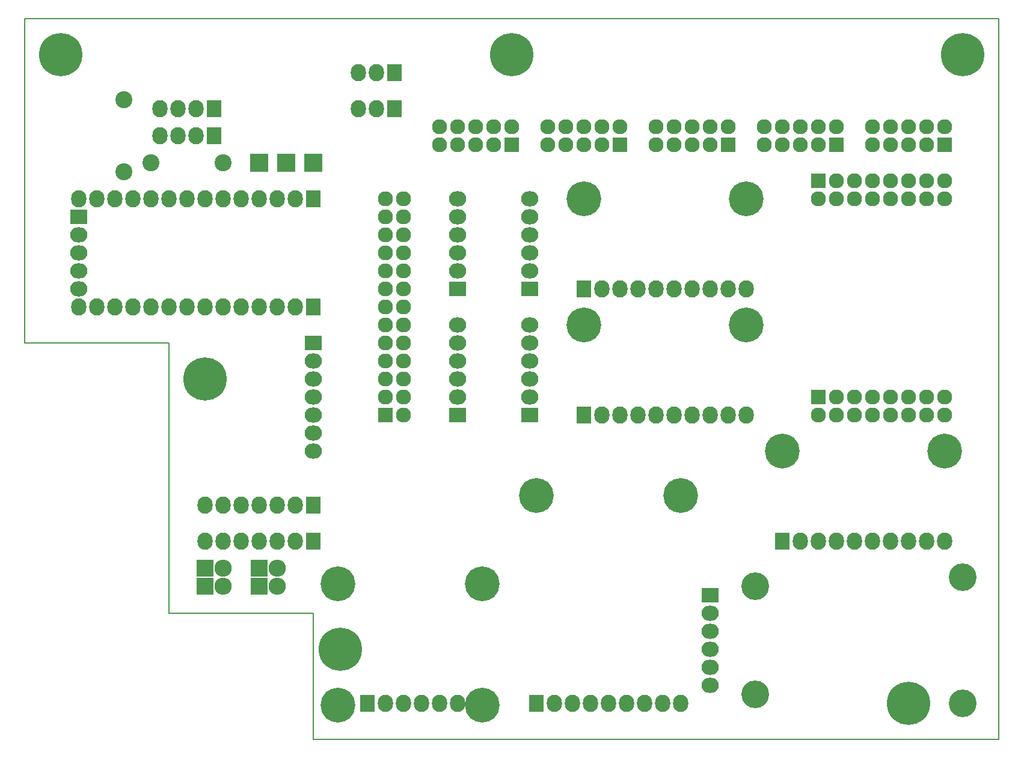
<source format=gbs>
G04 #@! TF.FileFunction,Soldermask,Bot*
%FSLAX46Y46*%
G04 Gerber Fmt 4.6, Leading zero omitted, Abs format (unit mm)*
G04 Created by KiCad (PCBNEW 4.0.2-stable) date 4/12/2016 5:16:18 AM*
%MOMM*%
G01*
G04 APERTURE LIST*
%ADD10C,2.000000*%
%ADD11C,0.150000*%
%ADD12C,6.100000*%
%ADD13C,3.900000*%
%ADD14C,4.900000*%
%ADD15R,2.432000X2.432000*%
%ADD16O,2.432000X2.432000*%
%ADD17R,2.635200X2.635200*%
%ADD18R,2.432000X2.127200*%
%ADD19O,2.432000X2.127200*%
%ADD20R,2.127200X2.127200*%
%ADD21O,2.127200X2.127200*%
%ADD22R,2.127200X2.432000*%
%ADD23O,2.127200X2.432000*%
%ADD24C,2.398980*%
G04 APERTURE END LIST*
D10*
D11*
X93980000Y-139700000D02*
X93980000Y-157480000D01*
X73660000Y-139700000D02*
X93980000Y-139700000D01*
X93980000Y-157480000D02*
X190500000Y-157480000D01*
X190500000Y-55880000D02*
X190500000Y-157480000D01*
X53340000Y-55880000D02*
X190500000Y-55880000D01*
X53340000Y-101600000D02*
X53340000Y-55880000D01*
X73660000Y-139700000D02*
X73660000Y-101600000D01*
X53340000Y-101600000D02*
X73660000Y-101600000D01*
D12*
X97790000Y-144780000D03*
X121920000Y-60960000D03*
X78740000Y-106680000D03*
X58420000Y-60960000D03*
X185420000Y-60960000D03*
D13*
X185420000Y-134620000D03*
X185420000Y-152400000D03*
X156210000Y-151130000D03*
D14*
X154940000Y-81280000D03*
X132080000Y-81280000D03*
X132080000Y-99060000D03*
X154940000Y-99060000D03*
X182880000Y-116840000D03*
X160020000Y-116840000D03*
X125349000Y-123063000D03*
X145669000Y-123063000D03*
X117729000Y-135509000D03*
X97409000Y-135509000D03*
X117729000Y-152654000D03*
D15*
X86360000Y-133350000D03*
D16*
X88900000Y-133350000D03*
D17*
X90170000Y-76200000D03*
D18*
X93980000Y-101600000D03*
D19*
X93980000Y-104140000D03*
X93980000Y-106680000D03*
X93980000Y-109220000D03*
X93980000Y-111760000D03*
X93980000Y-114300000D03*
X93980000Y-116840000D03*
D20*
X182880000Y-73660000D03*
D21*
X182880000Y-71120000D03*
X180340000Y-73660000D03*
X180340000Y-71120000D03*
X177800000Y-73660000D03*
X177800000Y-71120000D03*
X175260000Y-73660000D03*
X175260000Y-71120000D03*
X172720000Y-73660000D03*
X172720000Y-71120000D03*
D20*
X152400000Y-73660000D03*
D21*
X152400000Y-71120000D03*
X149860000Y-73660000D03*
X149860000Y-71120000D03*
X147320000Y-73660000D03*
X147320000Y-71120000D03*
X144780000Y-73660000D03*
X144780000Y-71120000D03*
X142240000Y-73660000D03*
X142240000Y-71120000D03*
D20*
X137160000Y-73660000D03*
D21*
X137160000Y-71120000D03*
X134620000Y-73660000D03*
X134620000Y-71120000D03*
X132080000Y-73660000D03*
X132080000Y-71120000D03*
X129540000Y-73660000D03*
X129540000Y-71120000D03*
X127000000Y-73660000D03*
X127000000Y-71120000D03*
D20*
X167640000Y-73660000D03*
D21*
X167640000Y-71120000D03*
X165100000Y-73660000D03*
X165100000Y-71120000D03*
X162560000Y-73660000D03*
X162560000Y-71120000D03*
X160020000Y-73660000D03*
X160020000Y-71120000D03*
X157480000Y-73660000D03*
X157480000Y-71120000D03*
D20*
X121920000Y-73660000D03*
D21*
X121920000Y-71120000D03*
X119380000Y-73660000D03*
X119380000Y-71120000D03*
X116840000Y-73660000D03*
X116840000Y-71120000D03*
X114300000Y-73660000D03*
X114300000Y-71120000D03*
X111760000Y-73660000D03*
X111760000Y-71120000D03*
D22*
X101600000Y-152400000D03*
D23*
X104140000Y-152400000D03*
X106680000Y-152400000D03*
X109220000Y-152400000D03*
X111760000Y-152400000D03*
X114300000Y-152400000D03*
D22*
X125349000Y-152400000D03*
D23*
X127889000Y-152400000D03*
X130429000Y-152400000D03*
X132969000Y-152400000D03*
X135509000Y-152400000D03*
X138049000Y-152400000D03*
X140589000Y-152400000D03*
X143129000Y-152400000D03*
X145669000Y-152400000D03*
D18*
X114300000Y-93980000D03*
D19*
X114300000Y-91440000D03*
X114300000Y-88900000D03*
X114300000Y-86360000D03*
X114300000Y-83820000D03*
X114300000Y-81280000D03*
D18*
X124460000Y-93980000D03*
D19*
X124460000Y-91440000D03*
X124460000Y-88900000D03*
X124460000Y-86360000D03*
X124460000Y-83820000D03*
X124460000Y-81280000D03*
D18*
X114300000Y-111760000D03*
D19*
X114300000Y-109220000D03*
X114300000Y-106680000D03*
X114300000Y-104140000D03*
X114300000Y-101600000D03*
X114300000Y-99060000D03*
D18*
X124460000Y-111760000D03*
D19*
X124460000Y-109220000D03*
X124460000Y-106680000D03*
X124460000Y-104140000D03*
X124460000Y-101600000D03*
X124460000Y-99060000D03*
D22*
X105410000Y-68580000D03*
D23*
X102870000Y-68580000D03*
X100330000Y-68580000D03*
D22*
X132080000Y-93980000D03*
D23*
X134620000Y-93980000D03*
X137160000Y-93980000D03*
X139700000Y-93980000D03*
X142240000Y-93980000D03*
X144780000Y-93980000D03*
X147320000Y-93980000D03*
X149860000Y-93980000D03*
X152400000Y-93980000D03*
X154940000Y-93980000D03*
D22*
X132080000Y-111760000D03*
D23*
X134620000Y-111760000D03*
X137160000Y-111760000D03*
X139700000Y-111760000D03*
X142240000Y-111760000D03*
X144780000Y-111760000D03*
X147320000Y-111760000D03*
X149860000Y-111760000D03*
X152400000Y-111760000D03*
X154940000Y-111760000D03*
D22*
X160020000Y-129540000D03*
D23*
X162560000Y-129540000D03*
X165100000Y-129540000D03*
X167640000Y-129540000D03*
X170180000Y-129540000D03*
X172720000Y-129540000D03*
X175260000Y-129540000D03*
X177800000Y-129540000D03*
X180340000Y-129540000D03*
X182880000Y-129540000D03*
D20*
X165100000Y-109220000D03*
D21*
X165100000Y-111760000D03*
X167640000Y-109220000D03*
X167640000Y-111760000D03*
X170180000Y-109220000D03*
X170180000Y-111760000D03*
X172720000Y-109220000D03*
X172720000Y-111760000D03*
X175260000Y-109220000D03*
X175260000Y-111760000D03*
X177800000Y-109220000D03*
X177800000Y-111760000D03*
X180340000Y-109220000D03*
X180340000Y-111760000D03*
X182880000Y-109220000D03*
X182880000Y-111760000D03*
D18*
X149860000Y-137160000D03*
D19*
X149860000Y-139700000D03*
X149860000Y-142240000D03*
X149860000Y-144780000D03*
X149860000Y-147320000D03*
X149860000Y-149860000D03*
D18*
X60960000Y-83820000D03*
D19*
X60960000Y-86360000D03*
X60960000Y-88900000D03*
X60960000Y-91440000D03*
X60960000Y-93980000D03*
D22*
X93980000Y-96520000D03*
D23*
X91440000Y-96520000D03*
X88900000Y-96520000D03*
X86360000Y-96520000D03*
X83820000Y-96520000D03*
X81280000Y-96520000D03*
X78740000Y-96520000D03*
X76200000Y-96520000D03*
X73660000Y-96520000D03*
X71120000Y-96520000D03*
X68580000Y-96520000D03*
X66040000Y-96520000D03*
X63500000Y-96520000D03*
X60960000Y-96520000D03*
D22*
X93980000Y-81280000D03*
D23*
X91440000Y-81280000D03*
X88900000Y-81280000D03*
X86360000Y-81280000D03*
X83820000Y-81280000D03*
X81280000Y-81280000D03*
X78740000Y-81280000D03*
X76200000Y-81280000D03*
X73660000Y-81280000D03*
X71120000Y-81280000D03*
X68580000Y-81280000D03*
X66040000Y-81280000D03*
X63500000Y-81280000D03*
X60960000Y-81280000D03*
D20*
X165100000Y-78740000D03*
D21*
X165100000Y-81280000D03*
X167640000Y-78740000D03*
X167640000Y-81280000D03*
X170180000Y-78740000D03*
X170180000Y-81280000D03*
X172720000Y-78740000D03*
X172720000Y-81280000D03*
X175260000Y-78740000D03*
X175260000Y-81280000D03*
X177800000Y-78740000D03*
X177800000Y-81280000D03*
X180340000Y-78740000D03*
X180340000Y-81280000D03*
X182880000Y-78740000D03*
X182880000Y-81280000D03*
D22*
X93980000Y-124460000D03*
D23*
X91440000Y-124460000D03*
X88900000Y-124460000D03*
X86360000Y-124460000D03*
X83820000Y-124460000D03*
X81280000Y-124460000D03*
X78740000Y-124460000D03*
D22*
X93980000Y-129540000D03*
D23*
X91440000Y-129540000D03*
X88900000Y-129540000D03*
X86360000Y-129540000D03*
X83820000Y-129540000D03*
X81280000Y-129540000D03*
X78740000Y-129540000D03*
D20*
X104140000Y-111760000D03*
D21*
X106680000Y-111760000D03*
X104140000Y-109220000D03*
X106680000Y-109220000D03*
X104140000Y-106680000D03*
X106680000Y-106680000D03*
X104140000Y-104140000D03*
X106680000Y-104140000D03*
X104140000Y-101600000D03*
X106680000Y-101600000D03*
X104140000Y-99060000D03*
X106680000Y-99060000D03*
X104140000Y-96520000D03*
X106680000Y-96520000D03*
X104140000Y-93980000D03*
X106680000Y-93980000D03*
X104140000Y-91440000D03*
X106680000Y-91440000D03*
X104140000Y-88900000D03*
X106680000Y-88900000D03*
X104140000Y-86360000D03*
X106680000Y-86360000D03*
X104140000Y-83820000D03*
X106680000Y-83820000D03*
X104140000Y-81280000D03*
X106680000Y-81280000D03*
D22*
X80010000Y-68580000D03*
D23*
X77470000Y-68580000D03*
X74930000Y-68580000D03*
X72390000Y-68580000D03*
D22*
X80010000Y-72390000D03*
D23*
X77470000Y-72390000D03*
X74930000Y-72390000D03*
X72390000Y-72390000D03*
D24*
X67310000Y-67310000D03*
X67310000Y-77470000D03*
X81280000Y-76200000D03*
X71120000Y-76200000D03*
D15*
X78740000Y-133350000D03*
D16*
X81280000Y-133350000D03*
D15*
X78740000Y-135890000D03*
D16*
X81280000Y-135890000D03*
D15*
X86360000Y-135890000D03*
D16*
X88900000Y-135890000D03*
D17*
X93980000Y-76200000D03*
X86360000Y-76200000D03*
D22*
X105410000Y-63500000D03*
D23*
X102870000Y-63500000D03*
X100330000Y-63500000D03*
D14*
X97409000Y-152654000D03*
D13*
X156210000Y-135890000D03*
D12*
X177800000Y-152400000D03*
M02*

</source>
